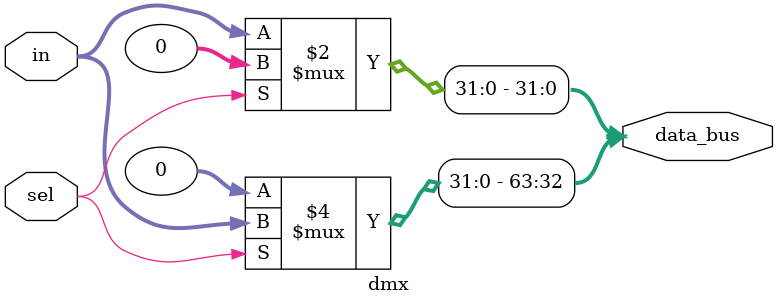
<source format=v>
module dmx #(parameter select_bit = 1, parameter data_bits = 32) (
    input  wire [data_bits-1:0] in,
    input  wire [select_bit-1:0] sel,
    output wire [(2**select_bit)*data_bits-1:0] data_bus
);
    genvar i;
    generate
        for (i = 0; i < (2**select_bit); i = i + 1) begin : demux_gen
            assign data_bus[i*data_bits +: data_bits] = (sel == i) ? in : {data_bits{1'b0}};
        end
    endgenerate
endmodule


</source>
